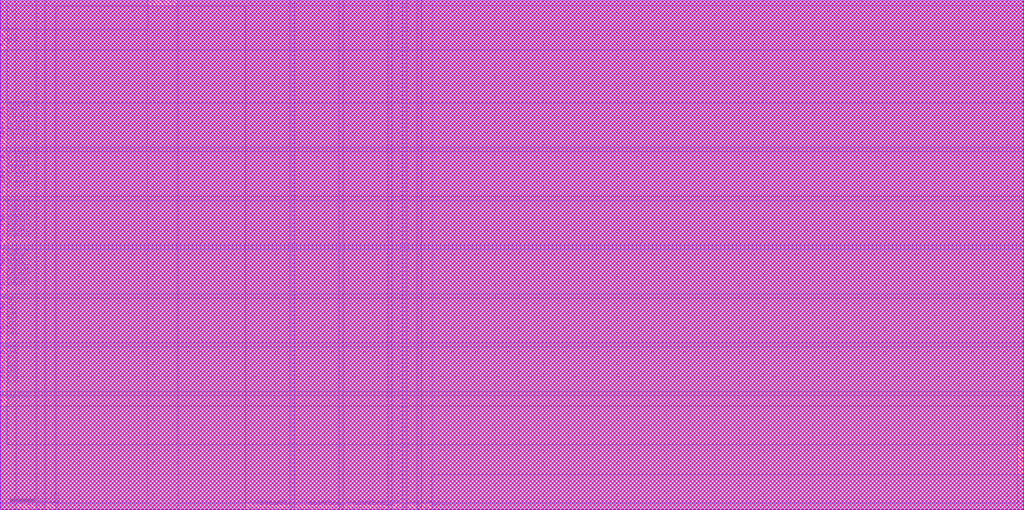
<source format=lef>
VERSION 5.7 ;
BUSBITCHARS "[]" ;
DIVIDERCHAR "/" ;

MACRO BATCHARGERctr
  CLASS BLOCK ;
  ORIGIN -19.5 -7.1 ;
  FOREIGN BATCHARGERctr 19.5 7.1 ;
  SIZE 83.8 BY 41.8 ;
  SYMMETRY X Y R90 ;
  PIN dvdd
    DIRECTION INOUT ;
    USE POWER ;
    PORT
      LAYER ME3 ;
        RECT 19.5 45.9 19.7 46.1 ;
    END
  END dvdd
  PIN dgnd
    DIRECTION INOUT ;
    USE GROUND ;
    PORT
      LAYER ME3 ;
        RECT 19.5 45.1 19.7 45.3 ;
    END
  END dgnd
  PIN clk
    DIRECTION INPUT ;
    USE CLOCK ;
    PORT
      LAYER ME2 ;
        RECT 21.1 7.1 21.3 7.3 ;
    END
  END clk
  PIN iend
    DIRECTION INPUT ;
    USE SIGNAL ;
    PORT
      LAYER ME3 ;
        RECT 19.5 19.9 19.7 20.1 ;
    END
    PORT
      LAYER ME3 ;
        RECT 19.5 19.5 19.7 19.7 ;
    END
    PORT
      LAYER ME3 ;
        RECT 19.5 19.1 19.7 19.3 ;
    END
    PORT
      LAYER ME3 ;
        RECT 19.5 18.7 19.7 18.9 ;
    END
    PORT
      LAYER ME3 ;
        RECT 19.5 18.3 19.7 18.5 ;
    END
    PORT
      LAYER ME3 ;
        RECT 19.5 17.9 19.7 18.1 ;
    END
    PORT
      LAYER ME3 ;
        RECT 19.5 17.5 19.7 17.7 ;
    END
    PORT
      LAYER ME3 ;
        RECT 19.5 17.1 19.7 17.3 ;
    END
  END iend
  PIN vcutoff
    DIRECTION INPUT ;
    USE SIGNAL ;
    PORT
      LAYER ME3 ;
        RECT 19.5 39.9 19.7 40.1 ;
    END
    PORT
      LAYER ME3 ;
        RECT 19.5 39.5 19.7 39.7 ;
    END
    PORT
      LAYER ME3 ;
        RECT 19.5 39.1 19.7 39.3 ;
    END
    PORT
      LAYER ME3 ;
        RECT 19.5 38.7 19.7 38.9 ;
    END
    PORT
      LAYER ME3 ;
        RECT 19.5 38.3 19.7 38.5 ;
    END
    PORT
      LAYER ME3 ;
        RECT 19.5 37.9 19.7 38.1 ;
    END
    PORT
      LAYER ME3 ;
        RECT 19.5 37.5 19.7 37.7 ;
    END
    PORT
      LAYER ME3 ;
        RECT 19.5 37.1 19.7 37.3 ;
    END
  END vcutoff
  PIN vpreset
    DIRECTION INPUT ;
    USE SIGNAL ;
    PORT
      LAYER ME3 ;
        RECT 19.5 35.9 19.7 36.1 ;
    END
    PORT
      LAYER ME3 ;
        RECT 19.5 35.5 19.7 35.7 ;
    END
    PORT
      LAYER ME3 ;
        RECT 19.5 35.1 19.7 35.3 ;
    END
    PORT
      LAYER ME3 ;
        RECT 19.5 34.7 19.7 34.9 ;
    END
    PORT
      LAYER ME3 ;
        RECT 19.5 34.3 19.7 34.5 ;
    END
    PORT
      LAYER ME3 ;
        RECT 19.5 33.9 19.7 34.1 ;
    END
    PORT
      LAYER ME3 ;
        RECT 19.5 33.5 19.7 33.7 ;
    END
    PORT
      LAYER ME3 ;
        RECT 19.5 33.1 19.7 33.3 ;
    END
  END vpreset
  PIN tmax
    DIRECTION INPUT ;
    USE SIGNAL ;
    PORT
      LAYER ME3 ;
        RECT 19.5 23.9 19.7 24.1 ;
    END
    PORT
      LAYER ME3 ;
        RECT 19.5 23.5 19.7 23.7 ;
    END
    PORT
      LAYER ME3 ;
        RECT 19.5 23.1 19.7 23.3 ;
    END
    PORT
      LAYER ME3 ;
        RECT 19.5 22.7 19.7 22.9 ;
    END
    PORT
      LAYER ME3 ;
        RECT 19.5 22.3 19.7 22.5 ;
    END
    PORT
      LAYER ME3 ;
        RECT 19.5 21.9 19.7 22.1 ;
    END
    PORT
      LAYER ME3 ;
        RECT 19.5 21.5 19.7 21.7 ;
    END
    PORT
      LAYER ME3 ;
        RECT 19.5 21.1 19.7 21.3 ;
    END
  END tmax
  PIN tempmax
    DIRECTION INPUT ;
    USE SIGNAL ;
    PORT
      LAYER ME3 ;
        RECT 19.5 27.9 19.7 28.1 ;
    END
    PORT
      LAYER ME3 ;
        RECT 19.5 27.5 19.7 27.7 ;
    END
    PORT
      LAYER ME3 ;
        RECT 19.5 27.1 19.7 27.3 ;
    END
    PORT
      LAYER ME3 ;
        RECT 19.5 26.7 19.7 26.9 ;
    END
    PORT
      LAYER ME3 ;
        RECT 19.5 26.3 19.7 26.5 ;
    END
    PORT
      LAYER ME3 ;
        RECT 19.5 25.9 19.7 26.1 ;
    END
    PORT
      LAYER ME3 ;
        RECT 19.5 25.5 19.7 25.7 ;
    END
    PORT
      LAYER ME3 ;
        RECT 19.5 25.1 19.7 25.3 ;
    END
  END tempmax
  PIN tempmin
    DIRECTION INPUT ;
    USE SIGNAL ;
    PORT
      LAYER ME3 ;
        RECT 19.5 31.9 19.7 32.1 ;
    END
    PORT
      LAYER ME3 ;
        RECT 19.5 31.5 19.7 31.7 ;
    END
    PORT
      LAYER ME3 ;
        RECT 19.5 31.1 19.7 31.3 ;
    END
    PORT
      LAYER ME3 ;
        RECT 19.5 30.7 19.7 30.9 ;
    END
    PORT
      LAYER ME3 ;
        RECT 19.5 30.3 19.7 30.5 ;
    END
    PORT
      LAYER ME3 ;
        RECT 19.5 29.9 19.7 30.1 ;
    END
    PORT
      LAYER ME3 ;
        RECT 19.5 29.5 19.7 29.7 ;
    END
    PORT
      LAYER ME3 ;
        RECT 19.5 29.1 19.7 29.3 ;
    END
  END tempmin
  PIN vbat
    DIRECTION INPUT ;
    USE SIGNAL ;
    PORT
      LAYER ME2 ;
        RECT 39.9 7.1 40.1 7.3 ;
    END
    PORT
      LAYER ME2 ;
        RECT 40.3 7.1 40.5 7.3 ;
    END
    PORT
      LAYER ME2 ;
        RECT 40.7 7.1 40.9 7.3 ;
    END
    PORT
      LAYER ME2 ;
        RECT 41.1 7.1 41.3 7.3 ;
    END
    PORT
      LAYER ME2 ;
        RECT 41.5 7.1 41.7 7.3 ;
    END
    PORT
      LAYER ME2 ;
        RECT 41.9 7.1 42.1 7.3 ;
    END
    PORT
      LAYER ME2 ;
        RECT 42.3 7.1 42.5 7.3 ;
    END
    PORT
      LAYER ME2 ;
        RECT 42.7 7.1 42.9 7.3 ;
    END
  END vbat
  PIN vmonem
    DIRECTION OUTPUT ;
    USE SIGNAL ;
    PORT
      LAYER ME2 ;
        RECT 51.9 7.1 52.1 7.3 ;
    END
  END vmonem
  PIN en
    DIRECTION INPUT ;
    USE SIGNAL ;
    PORT
      LAYER ME2 ;
        RECT 23.5 7.1 23.7 7.3 ;
    END
  END en
  PIN rstz
    DIRECTION INPUT ;
    USE SIGNAL ;
    PORT
      LAYER ME2 ;
        RECT 21.9 7.1 22.1 7.3 ;
    END
  END rstz
  PIN vtok[0]
    DIRECTION INPUT ;
    USE SIGNAL ;
    PORT
      LAYER ME3 ;
        RECT 19.5 15.9 19.7 16.1 ;
    END
  END vtok[0]
  PIN ibat
    DIRECTION INPUT ;
    USE SIGNAL ;
    PORT
      LAYER ME2 ;
        RECT 43.9 7.1 44.1 7.3 ;
    END
    PORT
      LAYER ME2 ;
        RECT 44.3 7.1 44.5 7.3 ;
    END
    PORT
      LAYER ME2 ;
        RECT 44.7 7.1 44.9 7.3 ;
    END
    PORT
      LAYER ME2 ;
        RECT 45.1 7.1 45.3 7.3 ;
    END
    PORT
      LAYER ME2 ;
        RECT 45.5 7.1 45.7 7.3 ;
    END
    PORT
      LAYER ME2 ;
        RECT 45.9 7.1 46.1 7.3 ;
    END
    PORT
      LAYER ME2 ;
        RECT 46.3 7.1 46.5 7.3 ;
    END
    PORT
      LAYER ME2 ;
        RECT 46.7 7.1 46.9 7.3 ;
    END
  END ibat
  PIN tbat
    DIRECTION INPUT ;
    USE SIGNAL ;
    PORT
      LAYER ME2 ;
        RECT 47.9 7.1 48.1 7.3 ;
    END
    PORT
      LAYER ME2 ;
        RECT 48.3 7.1 48.5 7.3 ;
    END
    PORT
      LAYER ME2 ;
        RECT 48.7 7.1 48.9 7.3 ;
    END
    PORT
      LAYER ME2 ;
        RECT 49.1 7.1 49.3 7.3 ;
    END
    PORT
      LAYER ME2 ;
        RECT 49.5 7.1 49.7 7.3 ;
    END
    PORT
      LAYER ME2 ;
        RECT 49.9 7.1 50.1 7.3 ;
    END
    PORT
      LAYER ME2 ;
        RECT 50.3 7.1 50.5 7.3 ;
    END
    PORT
      LAYER ME2 ;
        RECT 50.7 7.1 50.9 7.3 ;
    END
  END tbat
  PIN cc
    DIRECTION OUTPUT ;
    USE SIGNAL ;
    PORT
      LAYER ME3 ;
        RECT 103.1 11.9 103.3 12.1 ;
    END
  END cc
  PIN tc
    DIRECTION OUTPUT ;
    USE SIGNAL ;
    PORT
      LAYER ME3 ;
        RECT 103.1 10.3 103.3 10.5 ;
    END
  END tc
  PIN cv
    DIRECTION OUTPUT ;
    USE SIGNAL ;
    PORT
      LAYER ME3 ;
        RECT 103.1 11.1 103.3 11.3 ;
    END
  END cv
  PIN imonem
    DIRECTION OUTPUT ;
    USE SIGNAL ;
    PORT
      LAYER ME2 ;
        RECT 53.1 7.1 53.3 7.3 ;
    END
  END imonem
  PIN tmonem
    DIRECTION OUTPUT ;
    USE SIGNAL ;
    PORT
      LAYER ME2 ;
        RECT 54.3 7.1 54.5 7.3 ;
    END
  END tmonem
  PIN SE
    DIRECTION INPUT ;
    PORT
      LAYER ME2 ;
        RECT 31.9 48.7 32.1 48.9 ;
    END
  END SE
  PIN SI
    DIRECTION INPUT ;
    USE SIGNAL ;
    PORT
      LAYER ME2 ;
        RECT 32.7 48.7 32.9 48.9 ;
    END
  END SI
  PIN SO
    DIRECTION OUTPUT ;
    USE SIGNAL ;
    PORT
      LAYER ME2 ;
        RECT 33.5 48.7 33.7 48.9 ;
    END
  END SO
  OBS
    LAYER ME1 SPACING 0.16 ;
      RECT 19.5 7.1 103.3 48.9 ;
    LAYER ME2 SPACING 0.2 ;
      RECT 34.06 7.66 103.3 48.9 ;
      RECT 54.86 7.1 103.3 48.9 ;
      RECT 19.5 7.66 31.54 48.9 ;
      RECT 24.06 7.1 39.54 48.34 ;
      RECT 53.66 7.1 53.94 48.9 ;
      RECT 52.46 7.1 52.74 48.9 ;
      RECT 51.26 7.1 51.54 48.9 ;
      RECT 47.26 7.1 47.54 48.9 ;
      RECT 43.26 7.1 43.54 48.9 ;
      RECT 22.46 7.1 23.14 48.9 ;
      RECT 19.5 7.1 20.74 48.9 ;
    LAYER ME3 SPACING 0.2 ;
      RECT 34 12.46 103.3 48.9 ;
      RECT 19.5 46.46 31.6 48.9 ;
      RECT 24 7.1 39.6 48.4 ;
      RECT 20.06 12.46 103.3 48.4 ;
      RECT 19.5 40.46 103.3 44.74 ;
      RECT 19.5 36.46 103.3 36.74 ;
      RECT 19.5 32.46 103.3 32.74 ;
      RECT 19.5 28.46 103.3 28.74 ;
      RECT 19.5 24.46 103.3 24.74 ;
      RECT 19.5 20.46 103.3 20.74 ;
      RECT 19.5 16.46 103.3 16.74 ;
      RECT 19.5 7.1 20.8 15.54 ;
      RECT 19.5 7.6 102.74 15.54 ;
      RECT 54.8 7.1 103.3 9.94 ;
      RECT 53.6 7.1 54 48.9 ;
      RECT 52.4 7.1 52.8 48.9 ;
      RECT 51.2 7.1 51.6 48.9 ;
      RECT 47.2 7.1 47.6 48.9 ;
      RECT 43.2 7.1 43.6 48.9 ;
      RECT 22.4 7.1 23.2 48.9 ;
    LAYER ME4 SPACING 0.2 ;
      RECT 19.5 46.4 103.3 48.9 ;
      RECT 20 12.4 103.3 48.9 ;
      RECT 19.5 40.4 103.3 44.8 ;
      RECT 19.5 36.4 103.3 36.8 ;
      RECT 19.5 32.4 103.3 32.8 ;
      RECT 19.5 28.4 103.3 28.8 ;
      RECT 19.5 24.4 103.3 24.8 ;
      RECT 19.5 20.4 103.3 20.8 ;
      RECT 19.5 16.4 103.3 16.8 ;
      RECT 19.5 7.1 102.8 15.6 ;
      RECT 19.5 7.1 103.3 10 ;
    LAYER ME5 SPACING 0.2 ;
      RECT 19.5 7.1 103.3 48.9 ;
    LAYER ME6 SPACING 0.2 ;
      RECT 19.5 7.1 103.3 48.9 ;
    LAYER ME7 SPACING 0.4 ;
      RECT 19.5 7.1 103.3 48.9 ;
    LAYER ME8 SPACING 1.5 ;
      RECT 19.5 7.1 103.3 48.9 ;
  END
END BATCHARGERctr

END LIBRARY
</source>
